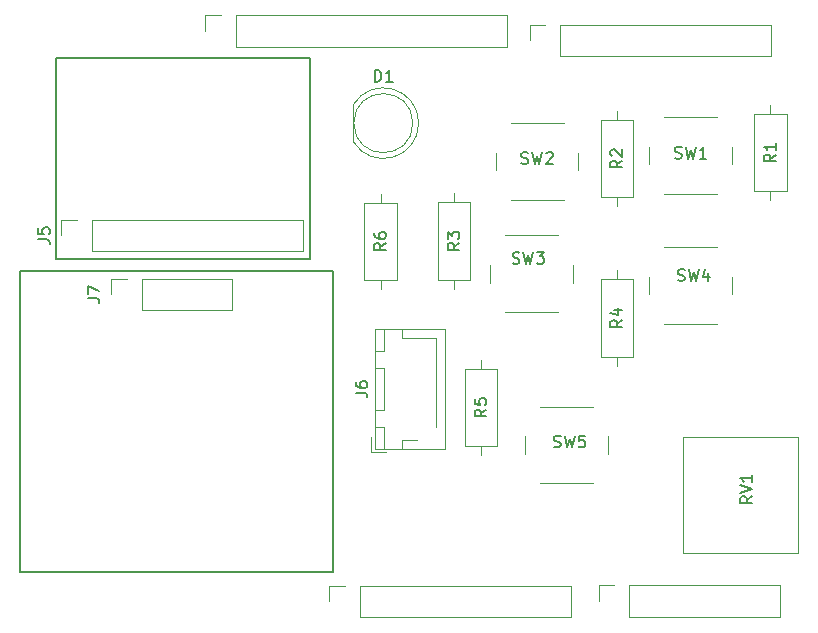
<source format=gbr>
%TF.GenerationSoftware,KiCad,Pcbnew,8.0.8*%
%TF.CreationDate,2025-02-03T16:01:42-07:00*%
%TF.ProjectId,MicroProcess_PhaseB_thermo_uno,4d696372-6f50-4726-9f63-6573735f5068,rev?*%
%TF.SameCoordinates,Original*%
%TF.FileFunction,Legend,Top*%
%TF.FilePolarity,Positive*%
%FSLAX46Y46*%
G04 Gerber Fmt 4.6, Leading zero omitted, Abs format (unit mm)*
G04 Created by KiCad (PCBNEW 8.0.8) date 2025-02-03 16:01:42*
%MOMM*%
%LPD*%
G01*
G04 APERTURE LIST*
%ADD10C,0.150000*%
%ADD11C,0.120000*%
G04 APERTURE END LIST*
D10*
X100500000Y-69500000D02*
X127000000Y-69500000D01*
X127000000Y-95000000D01*
X100500000Y-95000000D01*
X100500000Y-69500000D01*
X103500000Y-51500000D02*
X125000000Y-51500000D01*
X125000000Y-68500000D01*
X103500000Y-68500000D01*
X103500000Y-51500000D01*
X106184819Y-71833333D02*
X106899104Y-71833333D01*
X106899104Y-71833333D02*
X107041961Y-71880952D01*
X107041961Y-71880952D02*
X107137200Y-71976190D01*
X107137200Y-71976190D02*
X107184819Y-72119047D01*
X107184819Y-72119047D02*
X107184819Y-72214285D01*
X106184819Y-71452380D02*
X106184819Y-70785714D01*
X106184819Y-70785714D02*
X107184819Y-71214285D01*
X130491905Y-53494819D02*
X130491905Y-52494819D01*
X130491905Y-52494819D02*
X130730000Y-52494819D01*
X130730000Y-52494819D02*
X130872857Y-52542438D01*
X130872857Y-52542438D02*
X130968095Y-52637676D01*
X130968095Y-52637676D02*
X131015714Y-52732914D01*
X131015714Y-52732914D02*
X131063333Y-52923390D01*
X131063333Y-52923390D02*
X131063333Y-53066247D01*
X131063333Y-53066247D02*
X131015714Y-53256723D01*
X131015714Y-53256723D02*
X130968095Y-53351961D01*
X130968095Y-53351961D02*
X130872857Y-53447200D01*
X130872857Y-53447200D02*
X130730000Y-53494819D01*
X130730000Y-53494819D02*
X130491905Y-53494819D01*
X132015714Y-53494819D02*
X131444286Y-53494819D01*
X131730000Y-53494819D02*
X131730000Y-52494819D01*
X131730000Y-52494819D02*
X131634762Y-52637676D01*
X131634762Y-52637676D02*
X131539524Y-52732914D01*
X131539524Y-52732914D02*
X131444286Y-52780533D01*
X128879819Y-79833333D02*
X129594104Y-79833333D01*
X129594104Y-79833333D02*
X129736961Y-79880952D01*
X129736961Y-79880952D02*
X129832200Y-79976190D01*
X129832200Y-79976190D02*
X129879819Y-80119047D01*
X129879819Y-80119047D02*
X129879819Y-80214285D01*
X128879819Y-78928571D02*
X128879819Y-79119047D01*
X128879819Y-79119047D02*
X128927438Y-79214285D01*
X128927438Y-79214285D02*
X128975057Y-79261904D01*
X128975057Y-79261904D02*
X129117914Y-79357142D01*
X129117914Y-79357142D02*
X129308390Y-79404761D01*
X129308390Y-79404761D02*
X129689342Y-79404761D01*
X129689342Y-79404761D02*
X129784580Y-79357142D01*
X129784580Y-79357142D02*
X129832200Y-79309523D01*
X129832200Y-79309523D02*
X129879819Y-79214285D01*
X129879819Y-79214285D02*
X129879819Y-79023809D01*
X129879819Y-79023809D02*
X129832200Y-78928571D01*
X129832200Y-78928571D02*
X129784580Y-78880952D01*
X129784580Y-78880952D02*
X129689342Y-78833333D01*
X129689342Y-78833333D02*
X129451247Y-78833333D01*
X129451247Y-78833333D02*
X129356009Y-78880952D01*
X129356009Y-78880952D02*
X129308390Y-78928571D01*
X129308390Y-78928571D02*
X129260771Y-79023809D01*
X129260771Y-79023809D02*
X129260771Y-79214285D01*
X129260771Y-79214285D02*
X129308390Y-79309523D01*
X129308390Y-79309523D02*
X129356009Y-79357142D01*
X129356009Y-79357142D02*
X129451247Y-79404761D01*
X142166667Y-68857200D02*
X142309524Y-68904819D01*
X142309524Y-68904819D02*
X142547619Y-68904819D01*
X142547619Y-68904819D02*
X142642857Y-68857200D01*
X142642857Y-68857200D02*
X142690476Y-68809580D01*
X142690476Y-68809580D02*
X142738095Y-68714342D01*
X142738095Y-68714342D02*
X142738095Y-68619104D01*
X142738095Y-68619104D02*
X142690476Y-68523866D01*
X142690476Y-68523866D02*
X142642857Y-68476247D01*
X142642857Y-68476247D02*
X142547619Y-68428628D01*
X142547619Y-68428628D02*
X142357143Y-68381009D01*
X142357143Y-68381009D02*
X142261905Y-68333390D01*
X142261905Y-68333390D02*
X142214286Y-68285771D01*
X142214286Y-68285771D02*
X142166667Y-68190533D01*
X142166667Y-68190533D02*
X142166667Y-68095295D01*
X142166667Y-68095295D02*
X142214286Y-68000057D01*
X142214286Y-68000057D02*
X142261905Y-67952438D01*
X142261905Y-67952438D02*
X142357143Y-67904819D01*
X142357143Y-67904819D02*
X142595238Y-67904819D01*
X142595238Y-67904819D02*
X142738095Y-67952438D01*
X143071429Y-67904819D02*
X143309524Y-68904819D01*
X143309524Y-68904819D02*
X143500000Y-68190533D01*
X143500000Y-68190533D02*
X143690476Y-68904819D01*
X143690476Y-68904819D02*
X143928572Y-67904819D01*
X144214286Y-67904819D02*
X144833333Y-67904819D01*
X144833333Y-67904819D02*
X144500000Y-68285771D01*
X144500000Y-68285771D02*
X144642857Y-68285771D01*
X144642857Y-68285771D02*
X144738095Y-68333390D01*
X144738095Y-68333390D02*
X144785714Y-68381009D01*
X144785714Y-68381009D02*
X144833333Y-68476247D01*
X144833333Y-68476247D02*
X144833333Y-68714342D01*
X144833333Y-68714342D02*
X144785714Y-68809580D01*
X144785714Y-68809580D02*
X144738095Y-68857200D01*
X144738095Y-68857200D02*
X144642857Y-68904819D01*
X144642857Y-68904819D02*
X144357143Y-68904819D01*
X144357143Y-68904819D02*
X144261905Y-68857200D01*
X144261905Y-68857200D02*
X144214286Y-68809580D01*
X164454819Y-59666666D02*
X163978628Y-59999999D01*
X164454819Y-60238094D02*
X163454819Y-60238094D01*
X163454819Y-60238094D02*
X163454819Y-59857142D01*
X163454819Y-59857142D02*
X163502438Y-59761904D01*
X163502438Y-59761904D02*
X163550057Y-59714285D01*
X163550057Y-59714285D02*
X163645295Y-59666666D01*
X163645295Y-59666666D02*
X163788152Y-59666666D01*
X163788152Y-59666666D02*
X163883390Y-59714285D01*
X163883390Y-59714285D02*
X163931009Y-59761904D01*
X163931009Y-59761904D02*
X163978628Y-59857142D01*
X163978628Y-59857142D02*
X163978628Y-60238094D01*
X164454819Y-58714285D02*
X164454819Y-59285713D01*
X164454819Y-58999999D02*
X163454819Y-58999999D01*
X163454819Y-58999999D02*
X163597676Y-59095237D01*
X163597676Y-59095237D02*
X163692914Y-59190475D01*
X163692914Y-59190475D02*
X163740533Y-59285713D01*
X145666667Y-84407200D02*
X145809524Y-84454819D01*
X145809524Y-84454819D02*
X146047619Y-84454819D01*
X146047619Y-84454819D02*
X146142857Y-84407200D01*
X146142857Y-84407200D02*
X146190476Y-84359580D01*
X146190476Y-84359580D02*
X146238095Y-84264342D01*
X146238095Y-84264342D02*
X146238095Y-84169104D01*
X146238095Y-84169104D02*
X146190476Y-84073866D01*
X146190476Y-84073866D02*
X146142857Y-84026247D01*
X146142857Y-84026247D02*
X146047619Y-83978628D01*
X146047619Y-83978628D02*
X145857143Y-83931009D01*
X145857143Y-83931009D02*
X145761905Y-83883390D01*
X145761905Y-83883390D02*
X145714286Y-83835771D01*
X145714286Y-83835771D02*
X145666667Y-83740533D01*
X145666667Y-83740533D02*
X145666667Y-83645295D01*
X145666667Y-83645295D02*
X145714286Y-83550057D01*
X145714286Y-83550057D02*
X145761905Y-83502438D01*
X145761905Y-83502438D02*
X145857143Y-83454819D01*
X145857143Y-83454819D02*
X146095238Y-83454819D01*
X146095238Y-83454819D02*
X146238095Y-83502438D01*
X146571429Y-83454819D02*
X146809524Y-84454819D01*
X146809524Y-84454819D02*
X147000000Y-83740533D01*
X147000000Y-83740533D02*
X147190476Y-84454819D01*
X147190476Y-84454819D02*
X147428572Y-83454819D01*
X148285714Y-83454819D02*
X147809524Y-83454819D01*
X147809524Y-83454819D02*
X147761905Y-83931009D01*
X147761905Y-83931009D02*
X147809524Y-83883390D01*
X147809524Y-83883390D02*
X147904762Y-83835771D01*
X147904762Y-83835771D02*
X148142857Y-83835771D01*
X148142857Y-83835771D02*
X148238095Y-83883390D01*
X148238095Y-83883390D02*
X148285714Y-83931009D01*
X148285714Y-83931009D02*
X148333333Y-84026247D01*
X148333333Y-84026247D02*
X148333333Y-84264342D01*
X148333333Y-84264342D02*
X148285714Y-84359580D01*
X148285714Y-84359580D02*
X148238095Y-84407200D01*
X148238095Y-84407200D02*
X148142857Y-84454819D01*
X148142857Y-84454819D02*
X147904762Y-84454819D01*
X147904762Y-84454819D02*
X147809524Y-84407200D01*
X147809524Y-84407200D02*
X147761905Y-84359580D01*
X155916667Y-59957200D02*
X156059524Y-60004819D01*
X156059524Y-60004819D02*
X156297619Y-60004819D01*
X156297619Y-60004819D02*
X156392857Y-59957200D01*
X156392857Y-59957200D02*
X156440476Y-59909580D01*
X156440476Y-59909580D02*
X156488095Y-59814342D01*
X156488095Y-59814342D02*
X156488095Y-59719104D01*
X156488095Y-59719104D02*
X156440476Y-59623866D01*
X156440476Y-59623866D02*
X156392857Y-59576247D01*
X156392857Y-59576247D02*
X156297619Y-59528628D01*
X156297619Y-59528628D02*
X156107143Y-59481009D01*
X156107143Y-59481009D02*
X156011905Y-59433390D01*
X156011905Y-59433390D02*
X155964286Y-59385771D01*
X155964286Y-59385771D02*
X155916667Y-59290533D01*
X155916667Y-59290533D02*
X155916667Y-59195295D01*
X155916667Y-59195295D02*
X155964286Y-59100057D01*
X155964286Y-59100057D02*
X156011905Y-59052438D01*
X156011905Y-59052438D02*
X156107143Y-59004819D01*
X156107143Y-59004819D02*
X156345238Y-59004819D01*
X156345238Y-59004819D02*
X156488095Y-59052438D01*
X156821429Y-59004819D02*
X157059524Y-60004819D01*
X157059524Y-60004819D02*
X157250000Y-59290533D01*
X157250000Y-59290533D02*
X157440476Y-60004819D01*
X157440476Y-60004819D02*
X157678572Y-59004819D01*
X158583333Y-60004819D02*
X158011905Y-60004819D01*
X158297619Y-60004819D02*
X158297619Y-59004819D01*
X158297619Y-59004819D02*
X158202381Y-59147676D01*
X158202381Y-59147676D02*
X158107143Y-59242914D01*
X158107143Y-59242914D02*
X158011905Y-59290533D01*
X142916667Y-60407200D02*
X143059524Y-60454819D01*
X143059524Y-60454819D02*
X143297619Y-60454819D01*
X143297619Y-60454819D02*
X143392857Y-60407200D01*
X143392857Y-60407200D02*
X143440476Y-60359580D01*
X143440476Y-60359580D02*
X143488095Y-60264342D01*
X143488095Y-60264342D02*
X143488095Y-60169104D01*
X143488095Y-60169104D02*
X143440476Y-60073866D01*
X143440476Y-60073866D02*
X143392857Y-60026247D01*
X143392857Y-60026247D02*
X143297619Y-59978628D01*
X143297619Y-59978628D02*
X143107143Y-59931009D01*
X143107143Y-59931009D02*
X143011905Y-59883390D01*
X143011905Y-59883390D02*
X142964286Y-59835771D01*
X142964286Y-59835771D02*
X142916667Y-59740533D01*
X142916667Y-59740533D02*
X142916667Y-59645295D01*
X142916667Y-59645295D02*
X142964286Y-59550057D01*
X142964286Y-59550057D02*
X143011905Y-59502438D01*
X143011905Y-59502438D02*
X143107143Y-59454819D01*
X143107143Y-59454819D02*
X143345238Y-59454819D01*
X143345238Y-59454819D02*
X143488095Y-59502438D01*
X143821429Y-59454819D02*
X144059524Y-60454819D01*
X144059524Y-60454819D02*
X144250000Y-59740533D01*
X144250000Y-59740533D02*
X144440476Y-60454819D01*
X144440476Y-60454819D02*
X144678572Y-59454819D01*
X145011905Y-59550057D02*
X145059524Y-59502438D01*
X145059524Y-59502438D02*
X145154762Y-59454819D01*
X145154762Y-59454819D02*
X145392857Y-59454819D01*
X145392857Y-59454819D02*
X145488095Y-59502438D01*
X145488095Y-59502438D02*
X145535714Y-59550057D01*
X145535714Y-59550057D02*
X145583333Y-59645295D01*
X145583333Y-59645295D02*
X145583333Y-59740533D01*
X145583333Y-59740533D02*
X145535714Y-59883390D01*
X145535714Y-59883390D02*
X144964286Y-60454819D01*
X144964286Y-60454819D02*
X145583333Y-60454819D01*
X137664819Y-67136666D02*
X137188628Y-67469999D01*
X137664819Y-67708094D02*
X136664819Y-67708094D01*
X136664819Y-67708094D02*
X136664819Y-67327142D01*
X136664819Y-67327142D02*
X136712438Y-67231904D01*
X136712438Y-67231904D02*
X136760057Y-67184285D01*
X136760057Y-67184285D02*
X136855295Y-67136666D01*
X136855295Y-67136666D02*
X136998152Y-67136666D01*
X136998152Y-67136666D02*
X137093390Y-67184285D01*
X137093390Y-67184285D02*
X137141009Y-67231904D01*
X137141009Y-67231904D02*
X137188628Y-67327142D01*
X137188628Y-67327142D02*
X137188628Y-67708094D01*
X136664819Y-66803332D02*
X136664819Y-66184285D01*
X136664819Y-66184285D02*
X137045771Y-66517618D01*
X137045771Y-66517618D02*
X137045771Y-66374761D01*
X137045771Y-66374761D02*
X137093390Y-66279523D01*
X137093390Y-66279523D02*
X137141009Y-66231904D01*
X137141009Y-66231904D02*
X137236247Y-66184285D01*
X137236247Y-66184285D02*
X137474342Y-66184285D01*
X137474342Y-66184285D02*
X137569580Y-66231904D01*
X137569580Y-66231904D02*
X137617200Y-66279523D01*
X137617200Y-66279523D02*
X137664819Y-66374761D01*
X137664819Y-66374761D02*
X137664819Y-66660475D01*
X137664819Y-66660475D02*
X137617200Y-66755713D01*
X137617200Y-66755713D02*
X137569580Y-66803332D01*
X151454819Y-73666666D02*
X150978628Y-73999999D01*
X151454819Y-74238094D02*
X150454819Y-74238094D01*
X150454819Y-74238094D02*
X150454819Y-73857142D01*
X150454819Y-73857142D02*
X150502438Y-73761904D01*
X150502438Y-73761904D02*
X150550057Y-73714285D01*
X150550057Y-73714285D02*
X150645295Y-73666666D01*
X150645295Y-73666666D02*
X150788152Y-73666666D01*
X150788152Y-73666666D02*
X150883390Y-73714285D01*
X150883390Y-73714285D02*
X150931009Y-73761904D01*
X150931009Y-73761904D02*
X150978628Y-73857142D01*
X150978628Y-73857142D02*
X150978628Y-74238094D01*
X150788152Y-72809523D02*
X151454819Y-72809523D01*
X150407200Y-73047618D02*
X151121485Y-73285713D01*
X151121485Y-73285713D02*
X151121485Y-72666666D01*
X101984819Y-66833333D02*
X102699104Y-66833333D01*
X102699104Y-66833333D02*
X102841961Y-66880952D01*
X102841961Y-66880952D02*
X102937200Y-66976190D01*
X102937200Y-66976190D02*
X102984819Y-67119047D01*
X102984819Y-67119047D02*
X102984819Y-67214285D01*
X101984819Y-65880952D02*
X101984819Y-66357142D01*
X101984819Y-66357142D02*
X102461009Y-66404761D01*
X102461009Y-66404761D02*
X102413390Y-66357142D01*
X102413390Y-66357142D02*
X102365771Y-66261904D01*
X102365771Y-66261904D02*
X102365771Y-66023809D01*
X102365771Y-66023809D02*
X102413390Y-65928571D01*
X102413390Y-65928571D02*
X102461009Y-65880952D01*
X102461009Y-65880952D02*
X102556247Y-65833333D01*
X102556247Y-65833333D02*
X102794342Y-65833333D01*
X102794342Y-65833333D02*
X102889580Y-65880952D01*
X102889580Y-65880952D02*
X102937200Y-65928571D01*
X102937200Y-65928571D02*
X102984819Y-66023809D01*
X102984819Y-66023809D02*
X102984819Y-66261904D01*
X102984819Y-66261904D02*
X102937200Y-66357142D01*
X102937200Y-66357142D02*
X102889580Y-66404761D01*
X131454819Y-67166666D02*
X130978628Y-67499999D01*
X131454819Y-67738094D02*
X130454819Y-67738094D01*
X130454819Y-67738094D02*
X130454819Y-67357142D01*
X130454819Y-67357142D02*
X130502438Y-67261904D01*
X130502438Y-67261904D02*
X130550057Y-67214285D01*
X130550057Y-67214285D02*
X130645295Y-67166666D01*
X130645295Y-67166666D02*
X130788152Y-67166666D01*
X130788152Y-67166666D02*
X130883390Y-67214285D01*
X130883390Y-67214285D02*
X130931009Y-67261904D01*
X130931009Y-67261904D02*
X130978628Y-67357142D01*
X130978628Y-67357142D02*
X130978628Y-67738094D01*
X130454819Y-66309523D02*
X130454819Y-66499999D01*
X130454819Y-66499999D02*
X130502438Y-66595237D01*
X130502438Y-66595237D02*
X130550057Y-66642856D01*
X130550057Y-66642856D02*
X130692914Y-66738094D01*
X130692914Y-66738094D02*
X130883390Y-66785713D01*
X130883390Y-66785713D02*
X131264342Y-66785713D01*
X131264342Y-66785713D02*
X131359580Y-66738094D01*
X131359580Y-66738094D02*
X131407200Y-66690475D01*
X131407200Y-66690475D02*
X131454819Y-66595237D01*
X131454819Y-66595237D02*
X131454819Y-66404761D01*
X131454819Y-66404761D02*
X131407200Y-66309523D01*
X131407200Y-66309523D02*
X131359580Y-66261904D01*
X131359580Y-66261904D02*
X131264342Y-66214285D01*
X131264342Y-66214285D02*
X131026247Y-66214285D01*
X131026247Y-66214285D02*
X130931009Y-66261904D01*
X130931009Y-66261904D02*
X130883390Y-66309523D01*
X130883390Y-66309523D02*
X130835771Y-66404761D01*
X130835771Y-66404761D02*
X130835771Y-66595237D01*
X130835771Y-66595237D02*
X130883390Y-66690475D01*
X130883390Y-66690475D02*
X130931009Y-66738094D01*
X130931009Y-66738094D02*
X131026247Y-66785713D01*
X162454819Y-88595238D02*
X161978628Y-88928571D01*
X162454819Y-89166666D02*
X161454819Y-89166666D01*
X161454819Y-89166666D02*
X161454819Y-88785714D01*
X161454819Y-88785714D02*
X161502438Y-88690476D01*
X161502438Y-88690476D02*
X161550057Y-88642857D01*
X161550057Y-88642857D02*
X161645295Y-88595238D01*
X161645295Y-88595238D02*
X161788152Y-88595238D01*
X161788152Y-88595238D02*
X161883390Y-88642857D01*
X161883390Y-88642857D02*
X161931009Y-88690476D01*
X161931009Y-88690476D02*
X161978628Y-88785714D01*
X161978628Y-88785714D02*
X161978628Y-89166666D01*
X161454819Y-88309523D02*
X162454819Y-87976190D01*
X162454819Y-87976190D02*
X161454819Y-87642857D01*
X162454819Y-86785714D02*
X162454819Y-87357142D01*
X162454819Y-87071428D02*
X161454819Y-87071428D01*
X161454819Y-87071428D02*
X161597676Y-87166666D01*
X161597676Y-87166666D02*
X161692914Y-87261904D01*
X161692914Y-87261904D02*
X161740533Y-87357142D01*
X151454819Y-60166666D02*
X150978628Y-60499999D01*
X151454819Y-60738094D02*
X150454819Y-60738094D01*
X150454819Y-60738094D02*
X150454819Y-60357142D01*
X150454819Y-60357142D02*
X150502438Y-60261904D01*
X150502438Y-60261904D02*
X150550057Y-60214285D01*
X150550057Y-60214285D02*
X150645295Y-60166666D01*
X150645295Y-60166666D02*
X150788152Y-60166666D01*
X150788152Y-60166666D02*
X150883390Y-60214285D01*
X150883390Y-60214285D02*
X150931009Y-60261904D01*
X150931009Y-60261904D02*
X150978628Y-60357142D01*
X150978628Y-60357142D02*
X150978628Y-60738094D01*
X150550057Y-59785713D02*
X150502438Y-59738094D01*
X150502438Y-59738094D02*
X150454819Y-59642856D01*
X150454819Y-59642856D02*
X150454819Y-59404761D01*
X150454819Y-59404761D02*
X150502438Y-59309523D01*
X150502438Y-59309523D02*
X150550057Y-59261904D01*
X150550057Y-59261904D02*
X150645295Y-59214285D01*
X150645295Y-59214285D02*
X150740533Y-59214285D01*
X150740533Y-59214285D02*
X150883390Y-59261904D01*
X150883390Y-59261904D02*
X151454819Y-59833332D01*
X151454819Y-59833332D02*
X151454819Y-59214285D01*
X156166667Y-70307200D02*
X156309524Y-70354819D01*
X156309524Y-70354819D02*
X156547619Y-70354819D01*
X156547619Y-70354819D02*
X156642857Y-70307200D01*
X156642857Y-70307200D02*
X156690476Y-70259580D01*
X156690476Y-70259580D02*
X156738095Y-70164342D01*
X156738095Y-70164342D02*
X156738095Y-70069104D01*
X156738095Y-70069104D02*
X156690476Y-69973866D01*
X156690476Y-69973866D02*
X156642857Y-69926247D01*
X156642857Y-69926247D02*
X156547619Y-69878628D01*
X156547619Y-69878628D02*
X156357143Y-69831009D01*
X156357143Y-69831009D02*
X156261905Y-69783390D01*
X156261905Y-69783390D02*
X156214286Y-69735771D01*
X156214286Y-69735771D02*
X156166667Y-69640533D01*
X156166667Y-69640533D02*
X156166667Y-69545295D01*
X156166667Y-69545295D02*
X156214286Y-69450057D01*
X156214286Y-69450057D02*
X156261905Y-69402438D01*
X156261905Y-69402438D02*
X156357143Y-69354819D01*
X156357143Y-69354819D02*
X156595238Y-69354819D01*
X156595238Y-69354819D02*
X156738095Y-69402438D01*
X157071429Y-69354819D02*
X157309524Y-70354819D01*
X157309524Y-70354819D02*
X157500000Y-69640533D01*
X157500000Y-69640533D02*
X157690476Y-70354819D01*
X157690476Y-70354819D02*
X157928572Y-69354819D01*
X158738095Y-69688152D02*
X158738095Y-70354819D01*
X158500000Y-69307200D02*
X158261905Y-70021485D01*
X158261905Y-70021485D02*
X158880952Y-70021485D01*
X139954819Y-81246666D02*
X139478628Y-81579999D01*
X139954819Y-81818094D02*
X138954819Y-81818094D01*
X138954819Y-81818094D02*
X138954819Y-81437142D01*
X138954819Y-81437142D02*
X139002438Y-81341904D01*
X139002438Y-81341904D02*
X139050057Y-81294285D01*
X139050057Y-81294285D02*
X139145295Y-81246666D01*
X139145295Y-81246666D02*
X139288152Y-81246666D01*
X139288152Y-81246666D02*
X139383390Y-81294285D01*
X139383390Y-81294285D02*
X139431009Y-81341904D01*
X139431009Y-81341904D02*
X139478628Y-81437142D01*
X139478628Y-81437142D02*
X139478628Y-81818094D01*
X138954819Y-80341904D02*
X138954819Y-80818094D01*
X138954819Y-80818094D02*
X139431009Y-80865713D01*
X139431009Y-80865713D02*
X139383390Y-80818094D01*
X139383390Y-80818094D02*
X139335771Y-80722856D01*
X139335771Y-80722856D02*
X139335771Y-80484761D01*
X139335771Y-80484761D02*
X139383390Y-80389523D01*
X139383390Y-80389523D02*
X139431009Y-80341904D01*
X139431009Y-80341904D02*
X139526247Y-80294285D01*
X139526247Y-80294285D02*
X139764342Y-80294285D01*
X139764342Y-80294285D02*
X139859580Y-80341904D01*
X139859580Y-80341904D02*
X139907200Y-80389523D01*
X139907200Y-80389523D02*
X139954819Y-80484761D01*
X139954819Y-80484761D02*
X139954819Y-80722856D01*
X139954819Y-80722856D02*
X139907200Y-80818094D01*
X139907200Y-80818094D02*
X139859580Y-80865713D01*
D11*
%TO.C,J1*%
X126670000Y-96170000D02*
X128000000Y-96170000D01*
X126670000Y-97500000D02*
X126670000Y-96170000D01*
X129270000Y-96170000D02*
X147110000Y-96170000D01*
X129270000Y-98830000D02*
X129270000Y-96170000D01*
X129270000Y-98830000D02*
X147110000Y-98830000D01*
X147110000Y-98830000D02*
X147110000Y-96170000D01*
%TO.C,J3*%
X149470000Y-96130000D02*
X150800000Y-96130000D01*
X149470000Y-97460000D02*
X149470000Y-96130000D01*
X152070000Y-96130000D02*
X164830000Y-96130000D01*
X152070000Y-98790000D02*
X152070000Y-96130000D01*
X152070000Y-98790000D02*
X164830000Y-98790000D01*
X164830000Y-98790000D02*
X164830000Y-96130000D01*
%TO.C,J2*%
X116170000Y-47870000D02*
X117500000Y-47870000D01*
X116170000Y-49200000D02*
X116170000Y-47870000D01*
X118770000Y-47870000D02*
X141690000Y-47870000D01*
X118770000Y-50530000D02*
X118770000Y-47870000D01*
X118770000Y-50530000D02*
X141690000Y-50530000D01*
X141690000Y-50530000D02*
X141690000Y-47870000D01*
%TO.C,J4*%
X143630000Y-48670000D02*
X144960000Y-48670000D01*
X143630000Y-50000000D02*
X143630000Y-48670000D01*
X146230000Y-48670000D02*
X164070000Y-48670000D01*
X146230000Y-51330000D02*
X146230000Y-48670000D01*
X146230000Y-51330000D02*
X164070000Y-51330000D01*
X164070000Y-51330000D02*
X164070000Y-48670000D01*
%TO.C,J7*%
X108170000Y-70170000D02*
X109500000Y-70170000D01*
X108170000Y-71500000D02*
X108170000Y-70170000D01*
X110770000Y-70170000D02*
X118450000Y-70170000D01*
X110770000Y-72830000D02*
X110770000Y-70170000D01*
X110770000Y-72830000D02*
X118450000Y-72830000D01*
X118450000Y-72830000D02*
X118450000Y-70170000D01*
%TO.C,D1*%
X128670000Y-55455000D02*
X128670000Y-58545000D01*
X128670000Y-55455170D02*
G75*
G02*
X134220000Y-56999952I2560000J-1544830D01*
G01*
X134220000Y-57000048D02*
G75*
G02*
X128670000Y-58544830I-2990000J48D01*
G01*
X133730000Y-57000000D02*
G75*
G02*
X128730000Y-57000000I-2500000J0D01*
G01*
X128730000Y-57000000D02*
G75*
G02*
X133730000Y-57000000I2500000J0D01*
G01*
%TO.C,J6*%
X130225000Y-83600000D02*
X130225000Y-84850000D01*
X130225000Y-84850000D02*
X131475000Y-84850000D01*
X130515000Y-74440000D02*
X130515000Y-84560000D01*
X130515000Y-84560000D02*
X136485000Y-84560000D01*
X130525000Y-74450000D02*
X130525000Y-76250000D01*
X130525000Y-76250000D02*
X131275000Y-76250000D01*
X130525000Y-77750000D02*
X130525000Y-81250000D01*
X130525000Y-81250000D02*
X131275000Y-81250000D01*
X130525000Y-82750000D02*
X130525000Y-84550000D01*
X130525000Y-84550000D02*
X131275000Y-84550000D01*
X131275000Y-74450000D02*
X130525000Y-74450000D01*
X131275000Y-76250000D02*
X131275000Y-74450000D01*
X131275000Y-77750000D02*
X130525000Y-77750000D01*
X131275000Y-81250000D02*
X131275000Y-77750000D01*
X131275000Y-82750000D02*
X130525000Y-82750000D01*
X131275000Y-84550000D02*
X131275000Y-82750000D01*
X132775000Y-74450000D02*
X132775000Y-75200000D01*
X132775000Y-75200000D02*
X135725000Y-75200000D01*
X132775000Y-83800000D02*
X134115000Y-83800000D01*
X132775000Y-84550000D02*
X132775000Y-83800000D01*
X135725000Y-75200000D02*
X135725000Y-79500000D01*
X135725000Y-79500000D02*
X135725000Y-82740000D01*
X136485000Y-74440000D02*
X130515000Y-74440000D01*
X136485000Y-84560000D02*
X136485000Y-74440000D01*
%TO.C,SW3*%
X140250000Y-69000000D02*
X140250000Y-70500000D01*
X141500000Y-73000000D02*
X146000000Y-73000000D01*
X146000000Y-66500000D02*
X141500000Y-66500000D01*
X147250000Y-70500000D02*
X147250000Y-69000000D01*
%TO.C,R1*%
X162630000Y-56230000D02*
X162630000Y-62770000D01*
X162630000Y-62770000D02*
X165370000Y-62770000D01*
X164000000Y-55460000D02*
X164000000Y-56230000D01*
X164000000Y-63540000D02*
X164000000Y-62770000D01*
X165370000Y-56230000D02*
X162630000Y-56230000D01*
X165370000Y-62770000D02*
X165370000Y-56230000D01*
%TO.C,SW5*%
X143250000Y-83500000D02*
X143250000Y-85000000D01*
X144500000Y-87500000D02*
X149000000Y-87500000D01*
X149000000Y-81000000D02*
X144500000Y-81000000D01*
X150250000Y-85000000D02*
X150250000Y-83500000D01*
%TO.C,SW1*%
X153750000Y-59000000D02*
X153750000Y-60500000D01*
X155000000Y-63000000D02*
X159500000Y-63000000D01*
X159500000Y-56500000D02*
X155000000Y-56500000D01*
X160750000Y-60500000D02*
X160750000Y-59000000D01*
%TO.C,SW2*%
X140750000Y-59500000D02*
X140750000Y-61000000D01*
X142000000Y-63500000D02*
X146500000Y-63500000D01*
X146500000Y-57000000D02*
X142000000Y-57000000D01*
X147750000Y-61000000D02*
X147750000Y-59500000D01*
%TO.C,R3*%
X135840000Y-63700000D02*
X135840000Y-70240000D01*
X135840000Y-70240000D02*
X138580000Y-70240000D01*
X137210000Y-62930000D02*
X137210000Y-63700000D01*
X137210000Y-71010000D02*
X137210000Y-70240000D01*
X138580000Y-63700000D02*
X135840000Y-63700000D01*
X138580000Y-70240000D02*
X138580000Y-63700000D01*
%TO.C,R4*%
X149630000Y-70230000D02*
X149630000Y-76770000D01*
X149630000Y-76770000D02*
X152370000Y-76770000D01*
X151000000Y-69460000D02*
X151000000Y-70230000D01*
X151000000Y-77540000D02*
X151000000Y-76770000D01*
X152370000Y-70230000D02*
X149630000Y-70230000D01*
X152370000Y-76770000D02*
X152370000Y-70230000D01*
%TO.C,J5*%
X103970000Y-65170000D02*
X105300000Y-65170000D01*
X103970000Y-66500000D02*
X103970000Y-65170000D01*
X106570000Y-65170000D02*
X124410000Y-65170000D01*
X106570000Y-67830000D02*
X106570000Y-65170000D01*
X106570000Y-67830000D02*
X124410000Y-67830000D01*
X124410000Y-67830000D02*
X124410000Y-65170000D01*
%TO.C,R6*%
X129630000Y-63730000D02*
X129630000Y-70270000D01*
X129630000Y-70270000D02*
X132370000Y-70270000D01*
X131000000Y-62960000D02*
X131000000Y-63730000D01*
X131000000Y-71040000D02*
X131000000Y-70270000D01*
X132370000Y-63730000D02*
X129630000Y-63730000D01*
X132370000Y-70270000D02*
X132370000Y-63730000D01*
%TO.C,RV1*%
X156575000Y-83600000D02*
X156575000Y-93370000D01*
X166345000Y-83600000D02*
X156575000Y-83600000D01*
X166345000Y-83600000D02*
X166345000Y-93370000D01*
X166345000Y-93370000D02*
X156575000Y-93370000D01*
%TO.C,R2*%
X149630000Y-56730000D02*
X149630000Y-63270000D01*
X149630000Y-63270000D02*
X152370000Y-63270000D01*
X151000000Y-55960000D02*
X151000000Y-56730000D01*
X151000000Y-64040000D02*
X151000000Y-63270000D01*
X152370000Y-56730000D02*
X149630000Y-56730000D01*
X152370000Y-63270000D02*
X152370000Y-56730000D01*
%TO.C,SW4*%
X153750000Y-70000000D02*
X153750000Y-71500000D01*
X155000000Y-74000000D02*
X159500000Y-74000000D01*
X159500000Y-67500000D02*
X155000000Y-67500000D01*
X160750000Y-71500000D02*
X160750000Y-70000000D01*
%TO.C,R5*%
X138130000Y-77810000D02*
X138130000Y-84350000D01*
X138130000Y-84350000D02*
X140870000Y-84350000D01*
X139500000Y-77040000D02*
X139500000Y-77810000D01*
X139500000Y-85120000D02*
X139500000Y-84350000D01*
X140870000Y-77810000D02*
X138130000Y-77810000D01*
X140870000Y-84350000D02*
X140870000Y-77810000D01*
%TD*%
M02*

</source>
